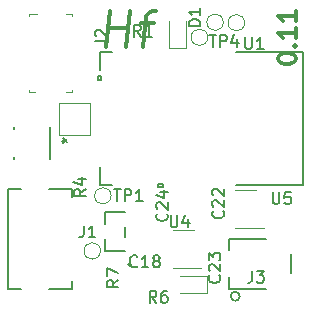
<source format=gto>
G04 #@! TF.GenerationSoftware,KiCad,Pcbnew,(6.0.11)*
G04 #@! TF.CreationDate,2023-04-24T14:11:09-03:00*
G04 #@! TF.ProjectId,HappyFeet,48617070-7946-4656-9574-2e6b69636164,V0.7*
G04 #@! TF.SameCoordinates,Original*
G04 #@! TF.FileFunction,Legend,Top*
G04 #@! TF.FilePolarity,Positive*
%FSLAX46Y46*%
G04 Gerber Fmt 4.6, Leading zero omitted, Abs format (unit mm)*
G04 Created by KiCad (PCBNEW (6.0.11)) date 2023-04-24 14:11:09*
%MOMM*%
%LPD*%
G01*
G04 APERTURE LIST*
%ADD10C,0.300000*%
%ADD11C,0.150000*%
%ADD12C,0.152400*%
%ADD13C,0.120000*%
%ADD14C,0.100000*%
G04 APERTURE END LIST*
D10*
X108429196Y-73376142D02*
X108804196Y-70376142D01*
X108625625Y-71804714D02*
X110339910Y-71804714D01*
X110143482Y-73376142D02*
X110518482Y-70376142D01*
X111393482Y-71376142D02*
X112536339Y-71376142D01*
X111572053Y-73376142D02*
X111893482Y-70804714D01*
X112072053Y-70519000D01*
X112375625Y-70376142D01*
X112661339Y-70376142D01*
X123023571Y-74451142D02*
X123023571Y-74308285D01*
X123095000Y-74165428D01*
X123166428Y-74094000D01*
X123309285Y-74022571D01*
X123595000Y-73951142D01*
X123952142Y-73951142D01*
X124237857Y-74022571D01*
X124380714Y-74094000D01*
X124452142Y-74165428D01*
X124523571Y-74308285D01*
X124523571Y-74451142D01*
X124452142Y-74594000D01*
X124380714Y-74665428D01*
X124237857Y-74736857D01*
X123952142Y-74808285D01*
X123595000Y-74808285D01*
X123309285Y-74736857D01*
X123166428Y-74665428D01*
X123095000Y-74594000D01*
X123023571Y-74451142D01*
X124380714Y-73308285D02*
X124452142Y-73236857D01*
X124523571Y-73308285D01*
X124452142Y-73379714D01*
X124380714Y-73308285D01*
X124523571Y-73308285D01*
X124523571Y-71808285D02*
X124523571Y-72665428D01*
X124523571Y-72236857D02*
X123023571Y-72236857D01*
X123237857Y-72379714D01*
X123380714Y-72522571D01*
X123452142Y-72665428D01*
X124523571Y-70379714D02*
X124523571Y-71236857D01*
X124523571Y-70808285D02*
X123023571Y-70808285D01*
X123237857Y-70951142D01*
X123380714Y-71094000D01*
X123452142Y-71236857D01*
D11*
G04 #@! TO.C,C18*
X111107142Y-91957142D02*
X111059523Y-92004761D01*
X110916666Y-92052380D01*
X110821428Y-92052380D01*
X110678571Y-92004761D01*
X110583333Y-91909523D01*
X110535714Y-91814285D01*
X110488095Y-91623809D01*
X110488095Y-91480952D01*
X110535714Y-91290476D01*
X110583333Y-91195238D01*
X110678571Y-91100000D01*
X110821428Y-91052380D01*
X110916666Y-91052380D01*
X111059523Y-91100000D01*
X111107142Y-91147619D01*
X112059523Y-92052380D02*
X111488095Y-92052380D01*
X111773809Y-92052380D02*
X111773809Y-91052380D01*
X111678571Y-91195238D01*
X111583333Y-91290476D01*
X111488095Y-91338095D01*
X112630952Y-91480952D02*
X112535714Y-91433333D01*
X112488095Y-91385714D01*
X112440476Y-91290476D01*
X112440476Y-91242857D01*
X112488095Y-91147619D01*
X112535714Y-91100000D01*
X112630952Y-91052380D01*
X112821428Y-91052380D01*
X112916666Y-91100000D01*
X112964285Y-91147619D01*
X113011904Y-91242857D01*
X113011904Y-91290476D01*
X112964285Y-91385714D01*
X112916666Y-91433333D01*
X112821428Y-91480952D01*
X112630952Y-91480952D01*
X112535714Y-91528571D01*
X112488095Y-91576190D01*
X112440476Y-91671428D01*
X112440476Y-91861904D01*
X112488095Y-91957142D01*
X112535714Y-92004761D01*
X112630952Y-92052380D01*
X112821428Y-92052380D01*
X112916666Y-92004761D01*
X112964285Y-91957142D01*
X113011904Y-91861904D01*
X113011904Y-91671428D01*
X112964285Y-91576190D01*
X112916666Y-91528571D01*
X112821428Y-91480952D01*
G04 #@! TO.C,C22*
X118374642Y-87304357D02*
X118422261Y-87351976D01*
X118469880Y-87494833D01*
X118469880Y-87590071D01*
X118422261Y-87732928D01*
X118327023Y-87828166D01*
X118231785Y-87875785D01*
X118041309Y-87923404D01*
X117898452Y-87923404D01*
X117707976Y-87875785D01*
X117612738Y-87828166D01*
X117517500Y-87732928D01*
X117469880Y-87590071D01*
X117469880Y-87494833D01*
X117517500Y-87351976D01*
X117565119Y-87304357D01*
X117565119Y-86923404D02*
X117517500Y-86875785D01*
X117469880Y-86780547D01*
X117469880Y-86542452D01*
X117517500Y-86447214D01*
X117565119Y-86399595D01*
X117660357Y-86351976D01*
X117755595Y-86351976D01*
X117898452Y-86399595D01*
X118469880Y-86971023D01*
X118469880Y-86351976D01*
X117565119Y-85971023D02*
X117517500Y-85923404D01*
X117469880Y-85828166D01*
X117469880Y-85590071D01*
X117517500Y-85494833D01*
X117565119Y-85447214D01*
X117660357Y-85399595D01*
X117755595Y-85399595D01*
X117898452Y-85447214D01*
X118469880Y-86018642D01*
X118469880Y-85399595D01*
G04 #@! TO.C,J3*
X120836666Y-92348880D02*
X120836666Y-93063166D01*
X120789047Y-93206023D01*
X120693809Y-93301261D01*
X120550952Y-93348880D01*
X120455714Y-93348880D01*
X121217619Y-92348880D02*
X121836666Y-92348880D01*
X121503333Y-92729833D01*
X121646190Y-92729833D01*
X121741428Y-92777452D01*
X121789047Y-92825071D01*
X121836666Y-92920309D01*
X121836666Y-93158404D01*
X121789047Y-93253642D01*
X121741428Y-93301261D01*
X121646190Y-93348880D01*
X121360476Y-93348880D01*
X121265238Y-93301261D01*
X121217619Y-93253642D01*
G04 #@! TO.C,R1*
X111403333Y-72521380D02*
X111070000Y-72045190D01*
X110831904Y-72521380D02*
X110831904Y-71521380D01*
X111212857Y-71521380D01*
X111308095Y-71569000D01*
X111355714Y-71616619D01*
X111403333Y-71711857D01*
X111403333Y-71854714D01*
X111355714Y-71949952D01*
X111308095Y-71997571D01*
X111212857Y-72045190D01*
X110831904Y-72045190D01*
X112355714Y-72521380D02*
X111784285Y-72521380D01*
X112070000Y-72521380D02*
X112070000Y-71521380D01*
X111974761Y-71664238D01*
X111879523Y-71759476D01*
X111784285Y-71807095D01*
G04 #@! TO.C,U4*
X113938095Y-87652380D02*
X113938095Y-88461904D01*
X113985714Y-88557142D01*
X114033333Y-88604761D01*
X114128571Y-88652380D01*
X114319047Y-88652380D01*
X114414285Y-88604761D01*
X114461904Y-88557142D01*
X114509523Y-88461904D01*
X114509523Y-87652380D01*
X115414285Y-87985714D02*
X115414285Y-88652380D01*
X115176190Y-87604761D02*
X114938095Y-88319047D01*
X115557142Y-88319047D01*
G04 #@! TO.C,C24*
X113619642Y-87501857D02*
X113667261Y-87549476D01*
X113714880Y-87692333D01*
X113714880Y-87787571D01*
X113667261Y-87930428D01*
X113572023Y-88025666D01*
X113476785Y-88073285D01*
X113286309Y-88120904D01*
X113143452Y-88120904D01*
X112952976Y-88073285D01*
X112857738Y-88025666D01*
X112762500Y-87930428D01*
X112714880Y-87787571D01*
X112714880Y-87692333D01*
X112762500Y-87549476D01*
X112810119Y-87501857D01*
X112810119Y-87120904D02*
X112762500Y-87073285D01*
X112714880Y-86978047D01*
X112714880Y-86739952D01*
X112762500Y-86644714D01*
X112810119Y-86597095D01*
X112905357Y-86549476D01*
X113000595Y-86549476D01*
X113143452Y-86597095D01*
X113714880Y-87168523D01*
X113714880Y-86549476D01*
X113048214Y-85692333D02*
X113714880Y-85692333D01*
X112667261Y-85930428D02*
X113381547Y-86168523D01*
X113381547Y-85549476D01*
G04 #@! TO.C,D1*
X116452380Y-71638095D02*
X115452380Y-71638095D01*
X115452380Y-71400000D01*
X115500000Y-71257142D01*
X115595238Y-71161904D01*
X115690476Y-71114285D01*
X115880952Y-71066666D01*
X116023809Y-71066666D01*
X116214285Y-71114285D01*
X116309523Y-71161904D01*
X116404761Y-71257142D01*
X116452380Y-71400000D01*
X116452380Y-71638095D01*
X116452380Y-70114285D02*
X116452380Y-70685714D01*
X116452380Y-70400000D02*
X115452380Y-70400000D01*
X115595238Y-70495238D01*
X115690476Y-70590476D01*
X115738095Y-70685714D01*
G04 #@! TO.C,R7*
X109522380Y-93136666D02*
X109046190Y-93470000D01*
X109522380Y-93708095D02*
X108522380Y-93708095D01*
X108522380Y-93327142D01*
X108570000Y-93231904D01*
X108617619Y-93184285D01*
X108712857Y-93136666D01*
X108855714Y-93136666D01*
X108950952Y-93184285D01*
X108998571Y-93231904D01*
X109046190Y-93327142D01*
X109046190Y-93708095D01*
X108522380Y-92803333D02*
X108522380Y-92136666D01*
X109522380Y-92565238D01*
G04 #@! TO.C,R6*
X112733333Y-95052380D02*
X112400000Y-94576190D01*
X112161904Y-95052380D02*
X112161904Y-94052380D01*
X112542857Y-94052380D01*
X112638095Y-94100000D01*
X112685714Y-94147619D01*
X112733333Y-94242857D01*
X112733333Y-94385714D01*
X112685714Y-94480952D01*
X112638095Y-94528571D01*
X112542857Y-94576190D01*
X112161904Y-94576190D01*
X113590476Y-94052380D02*
X113400000Y-94052380D01*
X113304761Y-94100000D01*
X113257142Y-94147619D01*
X113161904Y-94290476D01*
X113114285Y-94480952D01*
X113114285Y-94861904D01*
X113161904Y-94957142D01*
X113209523Y-95004761D01*
X113304761Y-95052380D01*
X113495238Y-95052380D01*
X113590476Y-95004761D01*
X113638095Y-94957142D01*
X113685714Y-94861904D01*
X113685714Y-94623809D01*
X113638095Y-94528571D01*
X113590476Y-94480952D01*
X113495238Y-94433333D01*
X113304761Y-94433333D01*
X113209523Y-94480952D01*
X113161904Y-94528571D01*
X113114285Y-94623809D01*
G04 #@! TO.C,U5*
X122578095Y-85682380D02*
X122578095Y-86491904D01*
X122625714Y-86587142D01*
X122673333Y-86634761D01*
X122768571Y-86682380D01*
X122959047Y-86682380D01*
X123054285Y-86634761D01*
X123101904Y-86587142D01*
X123149523Y-86491904D01*
X123149523Y-85682380D01*
X124101904Y-85682380D02*
X123625714Y-85682380D01*
X123578095Y-86158571D01*
X123625714Y-86110952D01*
X123720952Y-86063333D01*
X123959047Y-86063333D01*
X124054285Y-86110952D01*
X124101904Y-86158571D01*
X124149523Y-86253809D01*
X124149523Y-86491904D01*
X124101904Y-86587142D01*
X124054285Y-86634761D01*
X123959047Y-86682380D01*
X123720952Y-86682380D01*
X123625714Y-86634761D01*
X123578095Y-86587142D01*
G04 #@! TO.C,U2*
X104714880Y-81321500D02*
X104952976Y-81321500D01*
X104857738Y-81559595D02*
X104952976Y-81321500D01*
X104857738Y-81083404D01*
X105143452Y-81464357D02*
X104952976Y-81321500D01*
X105143452Y-81178642D01*
G04 #@! TO.C,C23*
X118057142Y-92742857D02*
X118104761Y-92790476D01*
X118152380Y-92933333D01*
X118152380Y-93028571D01*
X118104761Y-93171428D01*
X118009523Y-93266666D01*
X117914285Y-93314285D01*
X117723809Y-93361904D01*
X117580952Y-93361904D01*
X117390476Y-93314285D01*
X117295238Y-93266666D01*
X117200000Y-93171428D01*
X117152380Y-93028571D01*
X117152380Y-92933333D01*
X117200000Y-92790476D01*
X117247619Y-92742857D01*
X117247619Y-92361904D02*
X117200000Y-92314285D01*
X117152380Y-92219047D01*
X117152380Y-91980952D01*
X117200000Y-91885714D01*
X117247619Y-91838095D01*
X117342857Y-91790476D01*
X117438095Y-91790476D01*
X117580952Y-91838095D01*
X118152380Y-92409523D01*
X118152380Y-91790476D01*
X117152380Y-91457142D02*
X117152380Y-90838095D01*
X117533333Y-91171428D01*
X117533333Y-91028571D01*
X117580952Y-90933333D01*
X117628571Y-90885714D01*
X117723809Y-90838095D01*
X117961904Y-90838095D01*
X118057142Y-90885714D01*
X118104761Y-90933333D01*
X118152380Y-91028571D01*
X118152380Y-91314285D01*
X118104761Y-91409523D01*
X118057142Y-91457142D01*
G04 #@! TO.C,U1*
X120243095Y-72573880D02*
X120243095Y-73383404D01*
X120290714Y-73478642D01*
X120338333Y-73526261D01*
X120433571Y-73573880D01*
X120624047Y-73573880D01*
X120719285Y-73526261D01*
X120766904Y-73478642D01*
X120814523Y-73383404D01*
X120814523Y-72573880D01*
X121814523Y-73573880D02*
X121243095Y-73573880D01*
X121528809Y-73573880D02*
X121528809Y-72573880D01*
X121433571Y-72716738D01*
X121338333Y-72811976D01*
X121243095Y-72859595D01*
G04 #@! TO.C,R4*
X106759880Y-85438166D02*
X106283690Y-85771500D01*
X106759880Y-86009595D02*
X105759880Y-86009595D01*
X105759880Y-85628642D01*
X105807500Y-85533404D01*
X105855119Y-85485785D01*
X105950357Y-85438166D01*
X106093214Y-85438166D01*
X106188452Y-85485785D01*
X106236071Y-85533404D01*
X106283690Y-85628642D01*
X106283690Y-86009595D01*
X106093214Y-84581023D02*
X106759880Y-84581023D01*
X105712261Y-84819119D02*
X106426547Y-85057214D01*
X106426547Y-84438166D01*
G04 #@! TO.C,TP1*
X109138095Y-85452380D02*
X109709523Y-85452380D01*
X109423809Y-86452380D02*
X109423809Y-85452380D01*
X110042857Y-86452380D02*
X110042857Y-85452380D01*
X110423809Y-85452380D01*
X110519047Y-85500000D01*
X110566666Y-85547619D01*
X110614285Y-85642857D01*
X110614285Y-85785714D01*
X110566666Y-85880952D01*
X110519047Y-85928571D01*
X110423809Y-85976190D01*
X110042857Y-85976190D01*
X111566666Y-86452380D02*
X110995238Y-86452380D01*
X111280952Y-86452380D02*
X111280952Y-85452380D01*
X111185714Y-85595238D01*
X111090476Y-85690476D01*
X110995238Y-85738095D01*
G04 #@! TO.C,TP4*
X117228095Y-72392380D02*
X117799523Y-72392380D01*
X117513809Y-73392380D02*
X117513809Y-72392380D01*
X118132857Y-73392380D02*
X118132857Y-72392380D01*
X118513809Y-72392380D01*
X118609047Y-72440000D01*
X118656666Y-72487619D01*
X118704285Y-72582857D01*
X118704285Y-72725714D01*
X118656666Y-72820952D01*
X118609047Y-72868571D01*
X118513809Y-72916190D01*
X118132857Y-72916190D01*
X119561428Y-72725714D02*
X119561428Y-73392380D01*
X119323333Y-72344761D02*
X119085238Y-73059047D01*
X119704285Y-73059047D01*
G04 #@! TO.C,J1*
X106566666Y-88522380D02*
X106566666Y-89236666D01*
X106519047Y-89379523D01*
X106423809Y-89474761D01*
X106280952Y-89522380D01*
X106185714Y-89522380D01*
X107566666Y-89522380D02*
X106995238Y-89522380D01*
X107280952Y-89522380D02*
X107280952Y-88522380D01*
X107185714Y-88665238D01*
X107090476Y-88760476D01*
X106995238Y-88808095D01*
G04 #@! TO.C,J2*
X107542380Y-72929833D02*
X108256666Y-72929833D01*
X108399523Y-72977452D01*
X108494761Y-73072690D01*
X108542380Y-73215547D01*
X108542380Y-73310785D01*
X107637619Y-72501261D02*
X107590000Y-72453642D01*
X107542380Y-72358404D01*
X107542380Y-72120309D01*
X107590000Y-72025071D01*
X107637619Y-71977452D01*
X107732857Y-71929833D01*
X107828095Y-71929833D01*
X107970952Y-71977452D01*
X108542380Y-72548880D01*
X108542380Y-71929833D01*
D12*
G04 #@! TO.C,J3*
X118896500Y-92912939D02*
X118896500Y-93870900D01*
X118896500Y-93870900D02*
X121991261Y-93870900D01*
X124103500Y-92569559D02*
X124103500Y-90930441D01*
X121991261Y-89629100D02*
X118896500Y-89629100D01*
X118896500Y-89629100D02*
X118896500Y-90587061D01*
X119782500Y-94505900D02*
G75*
G03*
X119782500Y-94505900I-381000J0D01*
G01*
G04 #@! TO.C,SW1*
X103704000Y-82863811D02*
X103704000Y-80136189D01*
X100656000Y-80136189D02*
X100656000Y-80316360D01*
X100656000Y-82683640D02*
X100656000Y-82863811D01*
D13*
G04 #@! TO.C,U4*
X114100000Y-92110000D02*
X116550000Y-92110000D01*
X115900000Y-88890000D02*
X114100000Y-88890000D01*
G04 #@! TO.C,D1*
X113765000Y-71200000D02*
X113765000Y-73485000D01*
X115235000Y-73485000D02*
X115235000Y-71200000D01*
X113765000Y-73485000D02*
X115235000Y-73485000D01*
G04 #@! TO.C,D3*
X116985000Y-94235000D02*
X116985000Y-92765000D01*
X116985000Y-92765000D02*
X114700000Y-92765000D01*
X114700000Y-94235000D02*
X116985000Y-94235000D01*
G04 #@! TO.C,U5*
X119400000Y-88710000D02*
X121850000Y-88710000D01*
X121200000Y-85490000D02*
X119400000Y-85490000D01*
G04 #@! TO.C,U2*
X107120800Y-80833500D02*
X104491900Y-80820800D01*
X107120800Y-78179200D02*
X107120800Y-80833500D01*
X104491900Y-80820800D02*
X104491900Y-78179200D01*
X104491900Y-78179200D02*
X107120800Y-78179200D01*
D12*
G04 #@! TO.C,U1*
X112894611Y-85294300D02*
X112894611Y-85040300D01*
X107962612Y-83556585D02*
X107962612Y-85091100D01*
X108000712Y-75824509D02*
X107746712Y-75824509D01*
X107962612Y-73838900D02*
X107962612Y-75373435D01*
X113275611Y-85294300D02*
X112894611Y-85294300D01*
X125107612Y-85091100D02*
X125107612Y-73838900D01*
X112894611Y-85040300D02*
X113275611Y-85040300D01*
X113275611Y-85040300D02*
X113275611Y-85294300D01*
X107746712Y-75824509D02*
X107746712Y-76205509D01*
X107746712Y-76205509D02*
X108000712Y-76205509D01*
X108000712Y-76205509D02*
X108000712Y-75824509D01*
X108997970Y-73838900D02*
X107962612Y-73838900D01*
X107962612Y-85091100D02*
X108997970Y-85091100D01*
X125107612Y-73838900D02*
X119472263Y-73838900D01*
X119472263Y-85091100D02*
X125107612Y-85091100D01*
D13*
G04 #@! TO.C,TP1*
X108900000Y-86000000D02*
G75*
G03*
X108900000Y-86000000I-700000J0D01*
G01*
G04 #@! TO.C,TP2*
X120200000Y-71350000D02*
G75*
G03*
X120200000Y-71350000I-700000J0D01*
G01*
G04 #@! TO.C,TP3*
X108000000Y-90670000D02*
G75*
G03*
X108000000Y-90670000I-700000J0D01*
G01*
G04 #@! TO.C,TP4*
X118400000Y-71310000D02*
G75*
G03*
X118400000Y-71310000I-700000J0D01*
G01*
G04 #@! TO.C,TP5*
X117080000Y-72580000D02*
G75*
G03*
X117080000Y-72580000I-700000J0D01*
G01*
D12*
G04 #@! TO.C,Z1*
X108383000Y-89653140D02*
X108383000Y-90692000D01*
X110037000Y-89451859D02*
X110037000Y-88628141D01*
X108383000Y-87388000D02*
X108383000Y-88426860D01*
X110037000Y-87388000D02*
X108383000Y-87388000D01*
X108383000Y-90692000D02*
X110037000Y-90692000D01*
X110587000Y-91835000D02*
G75*
G03*
X110587000Y-91835000I-127000J0D01*
G01*
G04 #@! TO.C,J1*
X101266896Y-85440900D02*
X100194900Y-85440900D01*
X105605100Y-86138160D02*
X105605100Y-85440900D01*
X105605100Y-93899100D02*
X105605100Y-93201840D01*
X103677704Y-93899100D02*
X105605100Y-93899100D01*
X100194900Y-85440900D02*
X100194900Y-93899100D01*
X105605100Y-85440900D02*
X103677704Y-85440900D01*
X100194900Y-93899100D02*
X101266896Y-93899100D01*
D14*
G04 #@! TO.C,J2*
X105585000Y-77204000D02*
X105085000Y-77204000D01*
X105585000Y-77004000D02*
X105585000Y-77204000D01*
X101985000Y-70804000D02*
X101985000Y-70604000D01*
X101985000Y-77204000D02*
X102485000Y-77204000D01*
X105585000Y-70604000D02*
X105085000Y-70604000D01*
X101985000Y-70604000D02*
X102585000Y-70604000D01*
X105585000Y-70804000D02*
X105585000Y-70604000D01*
X101985000Y-77004000D02*
X101985000Y-77204000D01*
G04 #@! TD*
M02*

</source>
